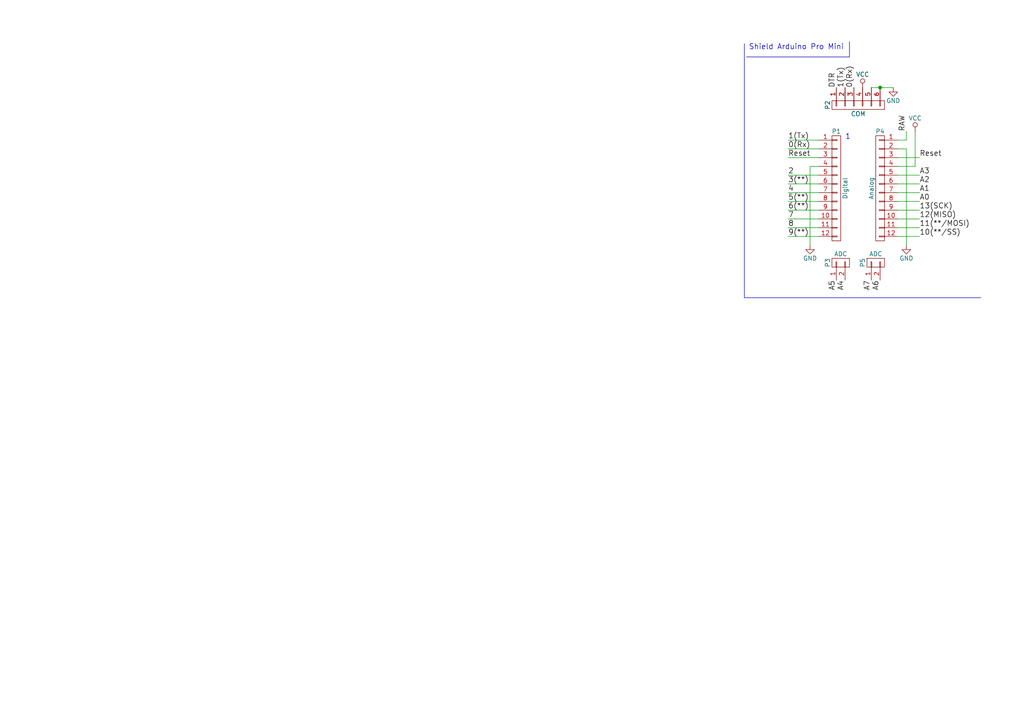
<source format=kicad_sch>
(kicad_sch (version 20230121) (generator eeschema)
  (paper "A4")
  (title_block (date "sam. 04 avril 2015"))
  (lib_symbols
    (symbol "Arduino_Pro_Mini-rescue:CONN_01X02" (pin_names (offset 1.016) hide)
      (property "Reference" "P" (at 0 3.81 0))
      (property "Value" "CONN_01X02" (at 2.54 0 90))
      (symbol "CONN_01X02_0_1"
        (rectangle (start -1.27 -1.143) (end 0.254 -1.397))
        (rectangle (start -1.27 1.397) (end 0.254 1.143))
        (rectangle (start -1.27 2.54) (end 1.27 -2.54))
      )
      (symbol "CONN_01X02_1_1"
        (pin passive line (at -5.08 1.27 0) (length 3.81) (name "P1") (number "1"))
        (pin passive line (at -5.08 -1.27 0) (length 3.81) (name "P2") (number "2"))
      )
    )
    (symbol "Arduino_Pro_Mini-rescue:CONN_01X06" (pin_names (offset 1.016) hide)
      (property "Reference" "P" (at 0 8.89 0))
      (property "Value" "CONN_01X06" (at 2.54 0 90))
      (symbol "CONN_01X06_0_1"
        (rectangle (start -1.27 -6.223) (end 0.254 -6.477))
        (rectangle (start -1.27 -3.683) (end 0.254 -3.937))
        (rectangle (start -1.27 -1.143) (end 0.254 -1.397))
        (rectangle (start -1.27 1.397) (end 0.254 1.143))
        (rectangle (start -1.27 3.937) (end 0.254 3.683))
        (rectangle (start -1.27 6.477) (end 0.254 6.223))
        (rectangle (start -1.27 7.62) (end 1.27 -7.62))
      )
      (symbol "CONN_01X06_1_1"
        (pin passive line (at -5.08 6.35 0) (length 3.81) (name "P1") (number "1"))
        (pin passive line (at -5.08 3.81 0) (length 3.81) (name "P2") (number "2"))
        (pin passive line (at -5.08 1.27 0) (length 3.81) (name "P3") (number "3"))
        (pin passive line (at -5.08 -1.27 0) (length 3.81) (name "P4") (number "4"))
        (pin passive line (at -5.08 -3.81 0) (length 3.81) (name "P5") (number "5"))
        (pin passive line (at -5.08 -6.35 0) (length 3.81) (name "P6") (number "6"))
      )
    )
    (symbol "Arduino_Pro_Mini-rescue:CONN_01X12" (pin_names (offset 1.016) hide)
      (property "Reference" "P" (at 0 16.51 0))
      (property "Value" "CONN_01X12" (at 2.54 0 90))
      (symbol "CONN_01X12_0_1"
        (rectangle (start -1.27 -15.24) (end 1.27 15.24))
        (rectangle (start -1.27 -13.843) (end 0.254 -14.097))
        (rectangle (start -1.27 -11.303) (end 0.254 -11.557))
        (rectangle (start -1.27 -8.763) (end 0.254 -9.017))
        (rectangle (start -1.27 -6.223) (end 0.254 -6.477))
        (rectangle (start -1.27 -3.683) (end 0.254 -3.937))
        (rectangle (start -1.27 -1.143) (end 0.254 -1.397))
        (rectangle (start -1.27 1.397) (end 0.254 1.143))
        (rectangle (start -1.27 3.937) (end 0.254 3.683))
        (rectangle (start -1.27 6.477) (end 0.254 6.223))
        (rectangle (start -1.27 9.017) (end 0.254 8.763))
        (rectangle (start -1.27 11.557) (end 0.254 11.303))
        (rectangle (start -1.27 14.097) (end 0.254 13.843))
      )
      (symbol "CONN_01X12_1_1"
        (pin passive line (at -5.08 13.97 0) (length 3.81) (name "P1") (number "1"))
        (pin passive line (at -5.08 -8.89 0) (length 3.81) (name "P10") (number "10"))
        (pin passive line (at -5.08 -11.43 0) (length 3.81) (name "P11") (number "11"))
        (pin passive line (at -5.08 -13.97 0) (length 3.81) (name "P12") (number "12"))
        (pin passive line (at -5.08 11.43 0) (length 3.81) (name "P2") (number "2"))
        (pin passive line (at -5.08 8.89 0) (length 3.81) (name "P3") (number "3"))
        (pin passive line (at -5.08 6.35 0) (length 3.81) (name "P4") (number "4"))
        (pin passive line (at -5.08 3.81 0) (length 3.81) (name "P5") (number "5"))
        (pin passive line (at -5.08 1.27 0) (length 3.81) (name "P6") (number "6"))
        (pin passive line (at -5.08 -1.27 0) (length 3.81) (name "P7") (number "7"))
        (pin passive line (at -5.08 -3.81 0) (length 3.81) (name "P8") (number "8"))
        (pin passive line (at -5.08 -6.35 0) (length 3.81) (name "P9") (number "9"))
      )
    )
    (symbol "Arduino_Pro_Mini-rescue:GND" (power) (pin_names (offset 0))
      (property "Value" "GND" (at 0 -3.81 0))
      (symbol "GND_0_1"
        (polyline (pts (xy 0 0) (xy 0 -1.27) (xy 1.27 -1.27) (xy 0 -2.54) (xy -1.27 -1.27) (xy 0 -1.27)))
      )
      (symbol "GND_1_1"
        (pin power_in line (at 0 0 270) (length 0) hide (name "GND") (number "1"))
      )
    )
    (symbol "Arduino_Pro_Mini-rescue:VCC" (power) (pin_names (offset 0))
      (property "Value" "VCC" (at 0 3.81 0))
      (symbol "VCC_0_1"
        (polyline (pts (xy 0 0) (xy 0 1.27)))
        (circle (center 0 1.905) (radius 0.635))
      )
      (symbol "VCC_1_1"
        (pin power_in line (at 0 0 90) (length 0) hide (name "VCC") (number "1"))
      )
    )
  )
  (junction (at 255.27 25.4))
  (wire (pts (xy 237.49 48.26) (xy 234.95 48.26)))
  (wire (pts (xy 237.49 68.58) (xy 228.6 68.58)))
  (wire (pts (xy 237.49 53.34) (xy 228.6 53.34)))
  (wire (pts (xy 262.89 40.64) (xy 260.35 40.64)))
  (wire (pts (xy 260.35 63.5) (xy 266.7 63.5)))
  (wire (pts (xy 262.89 38.1) (xy 262.89 40.64)))
  (wire (pts (xy 255.27 25.4) (xy 259.08 25.4)))
  (wire (pts (xy 237.49 45.72) (xy 228.6 45.72)))
  (wire (pts (xy 237.49 55.88) (xy 228.6 55.88)))
  (polyline (pts (xy 284.48 86.36) (xy 215.9 86.36)))
  (wire (pts (xy 260.35 48.26) (xy 265.43 48.26)))
  (wire (pts (xy 228.6 58.42) (xy 237.49 58.42)))
  (wire (pts (xy 234.95 48.26) (xy 234.95 71.12)))
  (wire (pts (xy 260.35 58.42) (xy 266.7 58.42)))
  (wire (pts (xy 260.35 68.58) (xy 266.7 68.58)))
  (wire (pts (xy 252.73 25.4) (xy 255.27 25.4)))
  (wire (pts (xy 266.7 60.96) (xy 260.35 60.96)))
  (wire (pts (xy 260.35 43.18) (xy 262.89 43.18)))
  (wire (pts (xy 262.89 43.18) (xy 262.89 71.12)))
  (wire (pts (xy 260.35 45.72) (xy 266.7 45.72)))
  (wire (pts (xy 228.6 63.5) (xy 237.49 63.5)))
  (wire (pts (xy 266.7 50.8) (xy 260.35 50.8)))
  (wire (pts (xy 260.35 53.34) (xy 266.7 53.34)))
  (polyline (pts (xy 216.535 16.51) (xy 246.38 16.51)))
  (wire (pts (xy 266.7 66.04) (xy 260.35 66.04)))
  (wire (pts (xy 265.43 48.26) (xy 265.43 38.1)))
  (wire (pts (xy 237.49 40.64) (xy 228.6 40.64)))
  (wire (pts (xy 237.49 60.96) (xy 228.6 60.96)))
  (wire (pts (xy 228.6 50.8) (xy 237.49 50.8)))
  (wire (pts (xy 228.6 43.18) (xy 237.49 43.18)))
  (polyline (pts (xy 215.9 86.36) (xy 215.9 12.7)))
  (polyline (pts (xy 246.38 16.51) (xy 246.38 12.065)))
  (wire (pts (xy 266.7 55.88) (xy 260.35 55.88)))
  (wire (pts (xy 237.49 66.04) (xy 228.6 66.04)))
  (text "1" (at 245.11 40.64 0) (effects (font (size 1.524 1.524)) (justify left bottom)))
  (text "Shield Arduino Pro Mini \n" (at 217.17 14.605 0) (effects (font (size 1.524 1.524)) (justify left bottom)))
  (label "1(Tx)" (at 245.11 25.4 90) (effects (font (size 1.524 1.524))))
  (label "A6" (at 255.27 81.28 270) (effects (font (size 1.524 1.524))))
  (label "A7" (at 252.73 81.28 270) (effects (font (size 1.524 1.524))))
  (label "A0" (at 266.7 58.42 0) (effects (font (size 1.524 1.524))))
  (label "13(SCK)" (at 266.7 60.96 0) (effects (font (size 1.524 1.524))))
  (label "12(MISO)" (at 266.7 63.5 0) (effects (font (size 1.524 1.524))))
  (label "2" (at 228.6 50.8 0) (effects (font (size 1.524 1.524))))
  (label "4" (at 228.6 55.88 0) (effects (font (size 1.524 1.524))))
  (label "Reset" (at 266.7 45.72 0) (effects (font (size 1.524 1.524))))
  (label "A3" (at 266.7 50.8 0) (effects (font (size 1.524 1.524))))
  (label "1(Tx)" (at 228.6 40.64 0) (effects (font (size 1.524 1.524))))
  (label "9(**)" (at 228.6 68.58 0) (effects (font (size 1.524 1.524))))
  (label "11(**/MOSI)" (at 266.7 66.04 0) (effects (font (size 1.524 1.524))))
  (label "6(**)" (at 228.6 60.96 0) (effects (font (size 1.524 1.524))))
  (label "A2" (at 266.7 53.34 0) (effects (font (size 1.524 1.524))))
  (label "0(Rx)" (at 228.6 43.18 0) (effects (font (size 1.524 1.524))))
  (label "Reset" (at 228.6 45.72 0) (effects (font (size 1.524 1.524))))
  (label "8" (at 228.6 66.04 0) (effects (font (size 1.524 1.524))))
  (label "A4" (at 245.11 81.28 270) (effects (font (size 1.524 1.524))))
  (label "5(**)" (at 228.6 58.42 0) (effects (font (size 1.524 1.524))))
  (label "10(**/SS)" (at 266.7 68.58 0) (effects (font (size 1.524 1.524))))
  (label "RAW" (at 262.89 38.1 90) (effects (font (size 1.524 1.524))))
  (label "0(Rx)" (at 247.65 25.4 90) (effects (font (size 1.524 1.524))))
  (label "3(**)" (at 228.6 53.34 0) (effects (font (size 1.524 1.524))))
  (label "A5" (at 242.57 81.28 270) (effects (font (size 1.524 1.524))))
  (label "A1" (at 266.7 55.88 0) (effects (font (size 1.524 1.524))))
  (label "7" (at 228.6 63.5 0) (effects (font (size 1.524 1.524))))
  (label "DTR" (at 242.57 25.4 90) (effects (font (size 1.524 1.524))))
  (symbol (lib_id "Arduino_Pro_Mini-rescue:CONN_01X02") (at 243.84 76.2 90) (unit 1)
    (property "Reference" "P3" (at 240.03 76.2 0))
    (property "Value" "ADC" (at 243.84 73.66 90))
    (property "Footprint" "Socket_Arduino_Pro_Mini:Socket_Strip_Arduino_1x02" (effects hide))
  )
  (symbol (lib_id "Arduino_Pro_Mini-rescue:CONN_01X02") (at 254 76.2 90) (unit 1)
    (property "Reference" "P5" (at 250.19 76.2 0))
    (property "Value" "ADC" (at 254 73.66 90))
    (property "Footprint" "Socket_Arduino_Pro_Mini:Socket_Strip_Arduino_1x02" (effects hide))
  )
  (symbol (lib_id "Arduino_Pro_Mini-rescue:CONN_01X06") (at 248.92 30.48 90) (mirror x) (unit 1)
    (property "Reference" "P2" (at 240.03 30.48 0))
    (property "Value" "COM" (at 248.92 33.02 90))
    (property "Footprint" "Socket_Arduino_Pro_Mini:Socket_Strip_Arduino_1x06" (effects hide))
  )
  (symbol (lib_id "Arduino_Pro_Mini-rescue:GND") (at 259.08 25.4 0) (unit 1)
    (property "Reference" "#PWR01" (effects hide))
    (property "Value" "GND" (at 259.08 29.21 0))
  )
  (symbol (lib_id "Arduino_Pro_Mini-rescue:VCC") (at 250.19 25.4 0) (unit 1)
    (property "Reference" "#PWR02" (effects hide))
    (property "Value" "VCC" (at 250.19 21.59 0))
  )
  (symbol (lib_id "Arduino_Pro_Mini-rescue:CONN_01X12") (at 242.57 54.61 0) (unit 1)
    (property "Reference" "P1" (at 242.57 38.1 0))
    (property "Value" "Digital" (at 245.11 54.61 90))
    (property "Footprint" "Socket_Arduino_Pro_Mini:Socket_Strip_Arduino_1x12" (effects hide))
  )
  (symbol (lib_id "Arduino_Pro_Mini-rescue:CONN_01X12") (at 255.27 54.61 0) (mirror y) (unit 1)
    (property "Reference" "P4" (at 255.27 38.1 0))
    (property "Value" "Analog" (at 252.73 54.61 90))
    (property "Footprint" "Socket_Arduino_Pro_Mini:Socket_Strip_Arduino_1x12" (effects hide))
  )
  (symbol (lib_id "Arduino_Pro_Mini-rescue:GND") (at 234.95 71.12 0) (unit 1)
    (property "Reference" "#PWR03" (effects hide))
    (property "Value" "GND" (at 234.95 74.93 0))
  )
  (symbol (lib_id "Arduino_Pro_Mini-rescue:GND") (at 262.89 71.12 0) (unit 1)
    (property "Reference" "#PWR04" (effects hide))
    (property "Value" "GND" (at 262.89 74.93 0))
  )
  (symbol (lib_id "Arduino_Pro_Mini-rescue:VCC") (at 265.43 38.1 0) (unit 1)
    (property "Reference" "#PWR05" (effects hide))
    (property "Value" "VCC" (at 265.43 34.29 0))
  )
)
</source>
